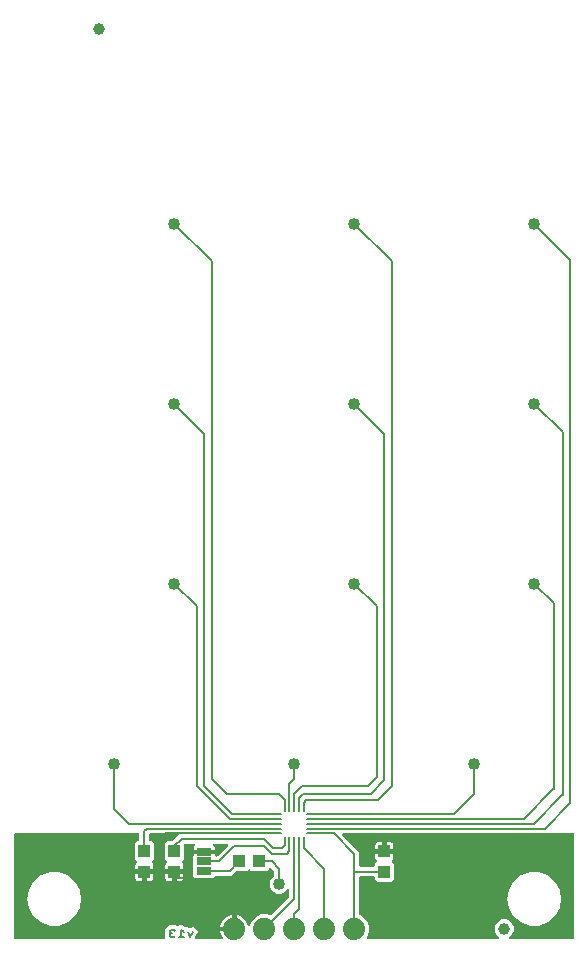
<source format=gbr>
G04 EAGLE Gerber RS-274X export*
G75*
%MOMM*%
%FSLAX34Y34*%
%LPD*%
%INBottom Copper*%
%IPPOS*%
%AMOC8*
5,1,8,0,0,1.08239X$1,22.5*%
G01*
%ADD10C,0.203200*%
%ADD11C,0.195000*%
%ADD12R,1.000000X1.100000*%
%ADD13C,1.879600*%
%ADD14C,1.000000*%
%ADD15R,1.270000X0.635000*%
%ADD16R,1.100000X1.000000*%
%ADD17C,1.016000*%

G36*
X131136Y4073D02*
X131136Y4073D01*
X131195Y4071D01*
X131276Y4093D01*
X131360Y4105D01*
X131413Y4128D01*
X131470Y4143D01*
X131542Y4186D01*
X131619Y4221D01*
X131664Y4259D01*
X131714Y4288D01*
X131772Y4350D01*
X131836Y4404D01*
X131869Y4453D01*
X131909Y4496D01*
X131947Y4571D01*
X131994Y4641D01*
X132011Y4697D01*
X132038Y4749D01*
X132049Y4817D01*
X132080Y4912D01*
X132082Y5012D01*
X132093Y5080D01*
X132093Y7091D01*
X132093Y9076D01*
X132093Y9217D01*
X132093Y11137D01*
X132093Y12864D01*
X133778Y14549D01*
X134772Y15542D01*
X134805Y15575D01*
X134805Y15576D01*
X135491Y16262D01*
X137197Y16262D01*
X140893Y16262D01*
X141725Y15430D01*
X141771Y15395D01*
X141812Y15352D01*
X141884Y15310D01*
X141952Y15259D01*
X142007Y15238D01*
X142057Y15209D01*
X142138Y15188D01*
X142217Y15158D01*
X142276Y15153D01*
X142332Y15138D01*
X142417Y15141D01*
X142501Y15134D01*
X142558Y15146D01*
X142617Y15147D01*
X142697Y15173D01*
X142779Y15190D01*
X142831Y15217D01*
X142887Y15235D01*
X142943Y15275D01*
X143032Y15321D01*
X143104Y15390D01*
X143160Y15430D01*
X143992Y16262D01*
X147360Y16262D01*
X149134Y14488D01*
X149164Y14465D01*
X149189Y14437D01*
X149237Y14406D01*
X149241Y14402D01*
X149250Y14397D01*
X149277Y14380D01*
X149361Y14317D01*
X149396Y14303D01*
X149428Y14283D01*
X149529Y14253D01*
X149627Y14216D01*
X149664Y14213D01*
X149701Y14202D01*
X149806Y14201D01*
X149910Y14192D01*
X149947Y14200D01*
X149985Y14199D01*
X150059Y14222D01*
X150189Y14248D01*
X150253Y14282D01*
X150306Y14298D01*
X150815Y14552D01*
X152839Y13877D01*
X152854Y13874D01*
X152869Y13868D01*
X152994Y13849D01*
X153119Y13826D01*
X153134Y13827D01*
X153150Y13825D01*
X153218Y13836D01*
X153402Y13854D01*
X153445Y13871D01*
X153481Y13877D01*
X155506Y14552D01*
X158518Y13046D01*
X159583Y9852D01*
X157424Y5534D01*
X157421Y5526D01*
X157416Y5519D01*
X157376Y5391D01*
X157334Y5264D01*
X157333Y5256D01*
X157331Y5248D01*
X157327Y5113D01*
X157322Y4980D01*
X157324Y4972D01*
X157323Y4964D01*
X157357Y4834D01*
X157389Y4704D01*
X157393Y4697D01*
X157395Y4689D01*
X157463Y4574D01*
X157530Y4457D01*
X157536Y4451D01*
X157540Y4444D01*
X157638Y4352D01*
X157734Y4259D01*
X157741Y4256D01*
X157748Y4250D01*
X157867Y4189D01*
X157985Y4126D01*
X157993Y4124D01*
X158001Y4120D01*
X158053Y4112D01*
X158263Y4067D01*
X158301Y4070D01*
X158332Y4065D01*
X180024Y4065D01*
X180115Y4078D01*
X180207Y4081D01*
X180256Y4097D01*
X180306Y4105D01*
X180390Y4142D01*
X180477Y4171D01*
X180519Y4200D01*
X180565Y4221D01*
X180635Y4280D01*
X180711Y4332D01*
X180743Y4372D01*
X180782Y4404D01*
X180833Y4481D01*
X180892Y4552D01*
X180912Y4599D01*
X180940Y4641D01*
X180968Y4729D01*
X181004Y4813D01*
X181010Y4864D01*
X181026Y4912D01*
X181028Y5004D01*
X181039Y5095D01*
X181032Y5146D01*
X181033Y5196D01*
X181010Y5285D01*
X180995Y5376D01*
X180975Y5416D01*
X180961Y5471D01*
X180880Y5608D01*
X180846Y5677D01*
X180289Y6443D01*
X179436Y8117D01*
X178855Y9904D01*
X178734Y10669D01*
X189484Y10669D01*
X189542Y10677D01*
X189600Y10675D01*
X189682Y10697D01*
X189765Y10709D01*
X189819Y10733D01*
X189875Y10747D01*
X189948Y10790D01*
X190025Y10825D01*
X190069Y10863D01*
X190120Y10893D01*
X190177Y10954D01*
X190242Y11009D01*
X190274Y11057D01*
X190314Y11100D01*
X190353Y11175D01*
X190399Y11245D01*
X190417Y11301D01*
X190444Y11353D01*
X190455Y11421D01*
X190485Y11516D01*
X190488Y11616D01*
X190499Y11684D01*
X190499Y12701D01*
X191516Y12701D01*
X191574Y12709D01*
X191632Y12708D01*
X191714Y12729D01*
X191797Y12741D01*
X191851Y12765D01*
X191907Y12779D01*
X191980Y12822D01*
X192057Y12857D01*
X192102Y12895D01*
X192152Y12925D01*
X192210Y12986D01*
X192274Y13041D01*
X192306Y13089D01*
X192346Y13132D01*
X192385Y13207D01*
X192431Y13277D01*
X192449Y13333D01*
X192476Y13385D01*
X192487Y13453D01*
X192517Y13548D01*
X192520Y13648D01*
X192531Y13716D01*
X192531Y24466D01*
X193296Y24345D01*
X195083Y23764D01*
X196757Y22911D01*
X198278Y21806D01*
X199606Y20478D01*
X200711Y18957D01*
X201564Y17283D01*
X201928Y16163D01*
X201958Y16101D01*
X201979Y16035D01*
X202020Y15974D01*
X202053Y15908D01*
X202099Y15857D01*
X202138Y15799D01*
X202194Y15752D01*
X202243Y15697D01*
X202302Y15661D01*
X202355Y15616D01*
X202422Y15586D01*
X202485Y15547D01*
X202552Y15529D01*
X202615Y15501D01*
X202688Y15491D01*
X202759Y15471D01*
X202828Y15471D01*
X202897Y15462D01*
X202969Y15472D01*
X203043Y15473D01*
X203110Y15493D01*
X203178Y15502D01*
X203245Y15533D01*
X203316Y15554D01*
X203374Y15591D01*
X203437Y15620D01*
X203493Y15667D01*
X203555Y15707D01*
X203601Y15759D01*
X203653Y15804D01*
X203686Y15857D01*
X203743Y15921D01*
X203792Y16025D01*
X203831Y16089D01*
X205348Y19751D01*
X208849Y23252D01*
X213424Y25147D01*
X218376Y25147D01*
X220735Y24170D01*
X220736Y24169D01*
X220738Y24168D01*
X220872Y24134D01*
X221010Y24099D01*
X221012Y24099D01*
X221013Y24098D01*
X221154Y24103D01*
X221294Y24107D01*
X221296Y24107D01*
X221297Y24107D01*
X221430Y24150D01*
X221565Y24193D01*
X221566Y24194D01*
X221568Y24195D01*
X221580Y24203D01*
X221801Y24352D01*
X221821Y24375D01*
X221841Y24390D01*
X236938Y39486D01*
X236990Y39556D01*
X237050Y39620D01*
X237076Y39669D01*
X237109Y39714D01*
X237140Y39795D01*
X237180Y39873D01*
X237188Y39921D01*
X237210Y39979D01*
X237222Y40127D01*
X237235Y40204D01*
X237235Y45488D01*
X237231Y45518D01*
X237234Y45547D01*
X237211Y45658D01*
X237195Y45770D01*
X237183Y45797D01*
X237178Y45825D01*
X237125Y45926D01*
X237079Y46029D01*
X237060Y46052D01*
X237047Y46078D01*
X236969Y46160D01*
X236896Y46246D01*
X236871Y46263D01*
X236851Y46284D01*
X236753Y46341D01*
X236659Y46404D01*
X236631Y46413D01*
X236606Y46428D01*
X236496Y46456D01*
X236388Y46490D01*
X236358Y46491D01*
X236330Y46498D01*
X236217Y46494D01*
X236104Y46497D01*
X236075Y46490D01*
X236046Y46489D01*
X235938Y46454D01*
X235829Y46425D01*
X235803Y46410D01*
X235775Y46401D01*
X235712Y46356D01*
X235584Y46280D01*
X235541Y46234D01*
X235502Y46206D01*
X233205Y43909D01*
X230217Y42671D01*
X226983Y42671D01*
X223995Y43909D01*
X221709Y46195D01*
X220471Y49183D01*
X220471Y52417D01*
X221709Y55405D01*
X224033Y57728D01*
X224153Y57800D01*
X224154Y57801D01*
X224156Y57802D01*
X224251Y57904D01*
X224348Y58006D01*
X224349Y58008D01*
X224350Y58009D01*
X224414Y58134D01*
X224479Y58259D01*
X224479Y58261D01*
X224480Y58262D01*
X224482Y58277D01*
X224534Y58538D01*
X224531Y58569D01*
X224535Y58593D01*
X224535Y61396D01*
X224523Y61482D01*
X224520Y61570D01*
X224503Y61622D01*
X224495Y61677D01*
X224460Y61757D01*
X224433Y61840D01*
X224405Y61880D01*
X224379Y61937D01*
X224283Y62050D01*
X224238Y62114D01*
X221982Y64370D01*
X221958Y64387D01*
X221939Y64410D01*
X221845Y64473D01*
X221755Y64541D01*
X221727Y64551D01*
X221703Y64567D01*
X221595Y64602D01*
X221489Y64642D01*
X221460Y64644D01*
X221432Y64653D01*
X221318Y64656D01*
X221206Y64665D01*
X221177Y64660D01*
X221148Y64660D01*
X221038Y64632D01*
X220927Y64610D01*
X220901Y64596D01*
X220873Y64589D01*
X220775Y64531D01*
X220675Y64479D01*
X220653Y64458D01*
X220628Y64443D01*
X220551Y64361D01*
X220469Y64283D01*
X220454Y64257D01*
X220434Y64236D01*
X220382Y64135D01*
X220325Y64037D01*
X220318Y64009D01*
X220304Y63983D01*
X220291Y63906D01*
X220255Y63762D01*
X220257Y63699D01*
X220249Y63652D01*
X220249Y63587D01*
X218463Y61801D01*
X204937Y61801D01*
X203918Y62821D01*
X203871Y62856D01*
X203831Y62898D01*
X203758Y62941D01*
X203691Y62991D01*
X203636Y63012D01*
X203586Y63042D01*
X203504Y63063D01*
X203425Y63093D01*
X203367Y63098D01*
X203310Y63112D01*
X203226Y63109D01*
X203142Y63116D01*
X203084Y63105D01*
X203026Y63103D01*
X202946Y63077D01*
X202863Y63060D01*
X202811Y63033D01*
X202755Y63015D01*
X202699Y62975D01*
X202611Y62929D01*
X202538Y62861D01*
X202482Y62821D01*
X201463Y61801D01*
X192820Y61801D01*
X192734Y61789D01*
X192646Y61786D01*
X192593Y61769D01*
X192539Y61761D01*
X192459Y61726D01*
X192376Y61699D01*
X192336Y61671D01*
X192279Y61645D01*
X192166Y61549D01*
X192102Y61504D01*
X188256Y57657D01*
X175292Y57657D01*
X175206Y57645D01*
X175118Y57642D01*
X175066Y57625D01*
X175011Y57617D01*
X174931Y57582D01*
X174848Y57555D01*
X174809Y57527D01*
X174751Y57501D01*
X174638Y57405D01*
X174574Y57360D01*
X172713Y55498D01*
X157487Y55498D01*
X155701Y57284D01*
X155701Y74288D01*
X155912Y74498D01*
X155964Y74568D01*
X156024Y74632D01*
X156050Y74682D01*
X156083Y74726D01*
X156114Y74807D01*
X156154Y74885D01*
X156162Y74933D01*
X156184Y74991D01*
X156196Y75139D01*
X156209Y75216D01*
X156209Y76391D01*
X164528Y76391D01*
X164586Y76399D01*
X164645Y76398D01*
X164726Y76419D01*
X164810Y76431D01*
X164863Y76455D01*
X164920Y76470D01*
X164992Y76513D01*
X165069Y76547D01*
X165097Y76571D01*
X165163Y76538D01*
X165233Y76491D01*
X165289Y76473D01*
X165341Y76447D01*
X165409Y76435D01*
X165504Y76405D01*
X165604Y76403D01*
X165672Y76391D01*
X173991Y76391D01*
X173991Y75216D01*
X174003Y75130D01*
X174006Y75042D01*
X174023Y74990D01*
X174031Y74935D01*
X174066Y74855D01*
X174093Y74772D01*
X174121Y74733D01*
X174147Y74675D01*
X174243Y74562D01*
X174288Y74498D01*
X174574Y74212D01*
X174644Y74160D01*
X174708Y74100D01*
X174758Y74074D01*
X174802Y74041D01*
X174883Y74010D01*
X174961Y73970D01*
X175009Y73962D01*
X175067Y73940D01*
X175215Y73928D01*
X175292Y73915D01*
X175696Y73915D01*
X175782Y73927D01*
X175870Y73930D01*
X175922Y73947D01*
X175977Y73955D01*
X176057Y73990D01*
X176140Y74017D01*
X176180Y74045D01*
X176237Y74071D01*
X176350Y74167D01*
X176414Y74212D01*
X185304Y83102D01*
X185321Y83126D01*
X185344Y83145D01*
X185407Y83239D01*
X185475Y83329D01*
X185485Y83357D01*
X185501Y83381D01*
X185536Y83489D01*
X185576Y83595D01*
X185578Y83624D01*
X185587Y83652D01*
X185590Y83766D01*
X185599Y83878D01*
X185594Y83907D01*
X185594Y83936D01*
X185566Y84046D01*
X185544Y84157D01*
X185530Y84183D01*
X185523Y84211D01*
X185465Y84309D01*
X185413Y84409D01*
X185392Y84431D01*
X185377Y84456D01*
X185295Y84533D01*
X185217Y84615D01*
X185191Y84630D01*
X185170Y84650D01*
X185069Y84702D01*
X184971Y84759D01*
X184943Y84766D01*
X184917Y84780D01*
X184840Y84793D01*
X184696Y84829D01*
X184633Y84827D01*
X184586Y84835D01*
X173812Y84835D01*
X173783Y84831D01*
X173754Y84834D01*
X173642Y84811D01*
X173530Y84795D01*
X173504Y84783D01*
X173475Y84778D01*
X173374Y84725D01*
X173271Y84679D01*
X173249Y84660D01*
X173223Y84647D01*
X173140Y84569D01*
X173054Y84496D01*
X173038Y84471D01*
X173016Y84451D01*
X172959Y84353D01*
X172896Y84259D01*
X172888Y84231D01*
X172873Y84206D01*
X172845Y84096D01*
X172811Y83988D01*
X172810Y83958D01*
X172803Y83930D01*
X172806Y83817D01*
X172803Y83704D01*
X172811Y83675D01*
X172812Y83646D01*
X172847Y83538D01*
X172875Y83429D01*
X172890Y83403D01*
X172899Y83375D01*
X172945Y83311D01*
X173020Y83184D01*
X173066Y83141D01*
X173094Y83102D01*
X173483Y82713D01*
X173818Y82134D01*
X173991Y81487D01*
X173991Y79565D01*
X165672Y79565D01*
X165614Y79557D01*
X165555Y79558D01*
X165474Y79537D01*
X165390Y79525D01*
X165337Y79501D01*
X165280Y79486D01*
X165208Y79443D01*
X165131Y79409D01*
X165103Y79385D01*
X165037Y79418D01*
X164967Y79465D01*
X164911Y79483D01*
X164859Y79509D01*
X164791Y79521D01*
X164696Y79551D01*
X164596Y79553D01*
X164528Y79565D01*
X156209Y79565D01*
X156209Y81487D01*
X156382Y82134D01*
X156717Y82713D01*
X157106Y83102D01*
X157124Y83126D01*
X157146Y83145D01*
X157209Y83239D01*
X157277Y83329D01*
X157287Y83357D01*
X157304Y83381D01*
X157338Y83489D01*
X157378Y83595D01*
X157381Y83624D01*
X157389Y83652D01*
X157392Y83765D01*
X157402Y83878D01*
X157396Y83907D01*
X157397Y83936D01*
X157368Y84046D01*
X157346Y84157D01*
X157332Y84183D01*
X157325Y84211D01*
X157267Y84309D01*
X157215Y84409D01*
X157195Y84431D01*
X157180Y84456D01*
X157097Y84533D01*
X157019Y84615D01*
X156994Y84630D01*
X156972Y84650D01*
X156871Y84702D01*
X156774Y84759D01*
X156745Y84766D01*
X156719Y84780D01*
X156642Y84793D01*
X156498Y84829D01*
X156436Y84827D01*
X156388Y84835D01*
X148764Y84835D01*
X148706Y84827D01*
X148648Y84829D01*
X148566Y84807D01*
X148482Y84795D01*
X148429Y84772D01*
X148373Y84757D01*
X148300Y84714D01*
X148223Y84679D01*
X148178Y84641D01*
X148128Y84612D01*
X148070Y84550D01*
X148006Y84496D01*
X147974Y84447D01*
X147934Y84404D01*
X147895Y84329D01*
X147848Y84259D01*
X147831Y84203D01*
X147804Y84151D01*
X147793Y84083D01*
X147763Y83988D01*
X147760Y83888D01*
X147749Y83820D01*
X147749Y71587D01*
X146370Y70209D01*
X146335Y70162D01*
X146293Y70122D01*
X146250Y70049D01*
X146199Y69982D01*
X146178Y69927D01*
X146149Y69876D01*
X146128Y69795D01*
X146098Y69716D01*
X146093Y69657D01*
X146079Y69601D01*
X146082Y69517D01*
X146075Y69433D01*
X146086Y69375D01*
X146088Y69317D01*
X146114Y69237D01*
X146130Y69154D01*
X146157Y69102D01*
X146175Y69046D01*
X146215Y68990D01*
X146261Y68901D01*
X146330Y68829D01*
X146370Y68773D01*
X146733Y68410D01*
X147068Y67831D01*
X147241Y67184D01*
X147241Y63381D01*
X140716Y63381D01*
X140658Y63373D01*
X140600Y63374D01*
X140518Y63353D01*
X140435Y63341D01*
X140381Y63317D01*
X140325Y63303D01*
X140252Y63260D01*
X140175Y63225D01*
X140131Y63187D01*
X140080Y63157D01*
X140023Y63096D01*
X139958Y63041D01*
X139926Y62993D01*
X139886Y62950D01*
X139847Y62875D01*
X139801Y62805D01*
X139783Y62749D01*
X139756Y62697D01*
X139745Y62629D01*
X139715Y62534D01*
X139712Y62434D01*
X139701Y62366D01*
X139701Y61349D01*
X139699Y61349D01*
X139699Y62366D01*
X139691Y62424D01*
X139692Y62482D01*
X139671Y62564D01*
X139659Y62647D01*
X139635Y62701D01*
X139621Y62757D01*
X139578Y62830D01*
X139543Y62907D01*
X139505Y62951D01*
X139475Y63002D01*
X139414Y63059D01*
X139359Y63124D01*
X139311Y63156D01*
X139268Y63196D01*
X139193Y63235D01*
X139123Y63281D01*
X139067Y63299D01*
X139015Y63326D01*
X138947Y63337D01*
X138852Y63367D01*
X138752Y63370D01*
X138684Y63381D01*
X132159Y63381D01*
X132159Y67184D01*
X132332Y67831D01*
X132667Y68410D01*
X133030Y68773D01*
X133065Y68820D01*
X133107Y68860D01*
X133150Y68933D01*
X133201Y69000D01*
X133222Y69055D01*
X133251Y69105D01*
X133272Y69187D01*
X133302Y69266D01*
X133307Y69324D01*
X133321Y69381D01*
X133318Y69465D01*
X133325Y69549D01*
X133314Y69606D01*
X133312Y69665D01*
X133286Y69745D01*
X133270Y69828D01*
X133243Y69880D01*
X133225Y69935D01*
X133184Y69992D01*
X133139Y70080D01*
X133070Y70152D01*
X133030Y70209D01*
X131651Y71587D01*
X131651Y85113D01*
X133437Y86899D01*
X137880Y86899D01*
X137966Y86911D01*
X138054Y86914D01*
X138106Y86931D01*
X138161Y86939D01*
X138241Y86974D01*
X138324Y87001D01*
X138364Y87029D01*
X138421Y87055D01*
X138534Y87151D01*
X138598Y87196D01*
X143255Y91853D01*
X143272Y91876D01*
X143295Y91895D01*
X143357Y91990D01*
X143425Y92080D01*
X143436Y92108D01*
X143452Y92132D01*
X143486Y92240D01*
X143527Y92346D01*
X143529Y92375D01*
X143538Y92403D01*
X143541Y92516D01*
X143550Y92629D01*
X143544Y92658D01*
X143545Y92687D01*
X143517Y92797D01*
X143494Y92908D01*
X143481Y92934D01*
X143473Y92962D01*
X143416Y93060D01*
X143363Y93160D01*
X143343Y93181D01*
X143328Y93207D01*
X143246Y93284D01*
X143168Y93366D01*
X143142Y93381D01*
X143121Y93401D01*
X143020Y93453D01*
X142922Y93510D01*
X142894Y93517D01*
X142868Y93531D01*
X142790Y93544D01*
X142647Y93580D01*
X142584Y93578D01*
X142537Y93586D01*
X119380Y93586D01*
X119322Y93578D01*
X119264Y93579D01*
X119182Y93558D01*
X119098Y93546D01*
X119045Y93522D01*
X118989Y93508D01*
X118916Y93465D01*
X118839Y93430D01*
X118794Y93392D01*
X118744Y93362D01*
X118686Y93301D01*
X118622Y93246D01*
X118590Y93198D01*
X118550Y93155D01*
X118511Y93080D01*
X118464Y93010D01*
X118447Y92954D01*
X118420Y92902D01*
X118409Y92834D01*
X118379Y92739D01*
X118376Y92639D01*
X118365Y92571D01*
X118365Y87914D01*
X118373Y87856D01*
X118371Y87798D01*
X118393Y87716D01*
X118405Y87632D01*
X118428Y87579D01*
X118443Y87523D01*
X118486Y87450D01*
X118521Y87373D01*
X118559Y87328D01*
X118588Y87278D01*
X118650Y87220D01*
X118704Y87156D01*
X118753Y87124D01*
X118796Y87084D01*
X118871Y87045D01*
X118941Y86998D01*
X118997Y86981D01*
X119049Y86954D01*
X119117Y86943D01*
X119212Y86913D01*
X119312Y86910D01*
X119380Y86899D01*
X120563Y86899D01*
X122349Y85113D01*
X122349Y71587D01*
X120970Y70209D01*
X120935Y70162D01*
X120893Y70122D01*
X120850Y70049D01*
X120799Y69981D01*
X120779Y69927D01*
X120749Y69876D01*
X120728Y69795D01*
X120698Y69716D01*
X120693Y69658D01*
X120679Y69601D01*
X120682Y69516D01*
X120675Y69432D01*
X120686Y69375D01*
X120688Y69317D01*
X120714Y69236D01*
X120730Y69154D01*
X120757Y69102D01*
X120775Y69046D01*
X120816Y68990D01*
X120861Y68901D01*
X120930Y68829D01*
X120970Y68773D01*
X121333Y68410D01*
X121668Y67831D01*
X121841Y67184D01*
X121841Y63381D01*
X115316Y63381D01*
X115258Y63373D01*
X115200Y63374D01*
X115118Y63353D01*
X115035Y63341D01*
X114981Y63317D01*
X114925Y63303D01*
X114852Y63260D01*
X114775Y63225D01*
X114731Y63187D01*
X114680Y63157D01*
X114623Y63096D01*
X114558Y63041D01*
X114526Y62993D01*
X114486Y62950D01*
X114447Y62875D01*
X114401Y62805D01*
X114383Y62749D01*
X114356Y62697D01*
X114345Y62629D01*
X114315Y62534D01*
X114312Y62434D01*
X114301Y62366D01*
X114301Y61349D01*
X114299Y61349D01*
X114299Y62366D01*
X114291Y62424D01*
X114292Y62482D01*
X114271Y62564D01*
X114259Y62647D01*
X114235Y62701D01*
X114221Y62757D01*
X114178Y62830D01*
X114143Y62907D01*
X114105Y62951D01*
X114075Y63002D01*
X114014Y63059D01*
X113959Y63124D01*
X113911Y63156D01*
X113868Y63196D01*
X113793Y63235D01*
X113723Y63281D01*
X113667Y63299D01*
X113615Y63326D01*
X113547Y63337D01*
X113452Y63367D01*
X113352Y63370D01*
X113284Y63381D01*
X106759Y63381D01*
X106759Y67184D01*
X106932Y67831D01*
X107267Y68410D01*
X107630Y68773D01*
X107665Y68820D01*
X107707Y68860D01*
X107750Y68933D01*
X107801Y69000D01*
X107822Y69055D01*
X107851Y69105D01*
X107872Y69187D01*
X107902Y69266D01*
X107907Y69324D01*
X107921Y69381D01*
X107918Y69465D01*
X107925Y69549D01*
X107914Y69606D01*
X107912Y69665D01*
X107886Y69745D01*
X107870Y69828D01*
X107843Y69880D01*
X107825Y69935D01*
X107785Y69992D01*
X107739Y70080D01*
X107670Y70152D01*
X107630Y70209D01*
X106251Y71587D01*
X106251Y85113D01*
X108037Y86899D01*
X109220Y86899D01*
X109278Y86907D01*
X109336Y86905D01*
X109418Y86927D01*
X109502Y86939D01*
X109555Y86962D01*
X109611Y86977D01*
X109684Y87020D01*
X109761Y87055D01*
X109806Y87093D01*
X109856Y87122D01*
X109914Y87184D01*
X109978Y87238D01*
X110010Y87287D01*
X110050Y87330D01*
X110089Y87405D01*
X110136Y87475D01*
X110153Y87531D01*
X110180Y87583D01*
X110191Y87651D01*
X110221Y87746D01*
X110224Y87846D01*
X110235Y87914D01*
X110235Y92710D01*
X110227Y92768D01*
X110229Y92826D01*
X110207Y92908D01*
X110195Y92992D01*
X110172Y93045D01*
X110157Y93101D01*
X110114Y93174D01*
X110079Y93251D01*
X110041Y93296D01*
X110012Y93346D01*
X109950Y93404D01*
X109896Y93468D01*
X109847Y93500D01*
X109804Y93540D01*
X109729Y93579D01*
X109659Y93626D01*
X109603Y93643D01*
X109551Y93670D01*
X109483Y93681D01*
X109388Y93711D01*
X109288Y93714D01*
X109220Y93725D01*
X5080Y93725D01*
X5022Y93717D01*
X4964Y93719D01*
X4882Y93697D01*
X4798Y93685D01*
X4745Y93661D01*
X4689Y93647D01*
X4616Y93604D01*
X4539Y93569D01*
X4494Y93531D01*
X4444Y93501D01*
X4386Y93440D01*
X4322Y93385D01*
X4290Y93337D01*
X4250Y93294D01*
X4211Y93219D01*
X4164Y93149D01*
X4147Y93093D01*
X4120Y93041D01*
X4109Y92973D01*
X4079Y92878D01*
X4076Y92778D01*
X4065Y92710D01*
X4065Y5080D01*
X4073Y5022D01*
X4071Y4964D01*
X4093Y4882D01*
X4105Y4798D01*
X4128Y4745D01*
X4143Y4689D01*
X4186Y4616D01*
X4221Y4539D01*
X4259Y4494D01*
X4288Y4444D01*
X4350Y4386D01*
X4404Y4322D01*
X4453Y4290D01*
X4496Y4250D01*
X4571Y4211D01*
X4641Y4164D01*
X4697Y4147D01*
X4749Y4120D01*
X4817Y4109D01*
X4912Y4079D01*
X5012Y4076D01*
X5080Y4065D01*
X131078Y4065D01*
X131136Y4073D01*
G37*
G36*
X413931Y4069D02*
X413931Y4069D01*
X413960Y4066D01*
X414071Y4089D01*
X414183Y4105D01*
X414210Y4117D01*
X414239Y4122D01*
X414339Y4175D01*
X414443Y4221D01*
X414465Y4240D01*
X414491Y4253D01*
X414573Y4331D01*
X414660Y4404D01*
X414676Y4429D01*
X414697Y4449D01*
X414754Y4547D01*
X414817Y4641D01*
X414826Y4669D01*
X414841Y4694D01*
X414869Y4804D01*
X414903Y4912D01*
X414904Y4942D01*
X414911Y4970D01*
X414907Y5083D01*
X414910Y5196D01*
X414903Y5225D01*
X414902Y5254D01*
X414867Y5362D01*
X414838Y5471D01*
X414823Y5497D01*
X414814Y5525D01*
X414769Y5588D01*
X414693Y5716D01*
X414648Y5759D01*
X414620Y5798D01*
X412277Y8141D01*
X411051Y11099D01*
X411051Y14301D01*
X412277Y17259D01*
X414541Y19523D01*
X417499Y20749D01*
X420701Y20749D01*
X423659Y19523D01*
X425923Y17259D01*
X427149Y14301D01*
X427149Y11099D01*
X425923Y8141D01*
X423580Y5798D01*
X423563Y5774D01*
X423540Y5755D01*
X423478Y5661D01*
X423410Y5571D01*
X423399Y5543D01*
X423383Y5519D01*
X423349Y5411D01*
X423308Y5305D01*
X423306Y5276D01*
X423297Y5248D01*
X423294Y5134D01*
X423285Y5022D01*
X423291Y4993D01*
X423290Y4964D01*
X423318Y4854D01*
X423341Y4743D01*
X423354Y4717D01*
X423362Y4689D01*
X423419Y4591D01*
X423472Y4491D01*
X423492Y4469D01*
X423507Y4444D01*
X423589Y4367D01*
X423667Y4285D01*
X423693Y4270D01*
X423714Y4250D01*
X423815Y4198D01*
X423913Y4141D01*
X423941Y4134D01*
X423967Y4120D01*
X424045Y4107D01*
X424188Y4071D01*
X424251Y4073D01*
X424298Y4065D01*
X477520Y4065D01*
X477578Y4073D01*
X477636Y4071D01*
X477718Y4093D01*
X477802Y4105D01*
X477855Y4128D01*
X477911Y4143D01*
X477984Y4186D01*
X478061Y4221D01*
X478106Y4259D01*
X478156Y4288D01*
X478214Y4350D01*
X478278Y4404D01*
X478310Y4453D01*
X478350Y4496D01*
X478389Y4571D01*
X478436Y4641D01*
X478453Y4697D01*
X478480Y4749D01*
X478491Y4817D01*
X478521Y4912D01*
X478524Y5012D01*
X478535Y5080D01*
X478535Y92710D01*
X478527Y92768D01*
X478529Y92826D01*
X478507Y92908D01*
X478495Y92992D01*
X478472Y93045D01*
X478457Y93101D01*
X478414Y93174D01*
X478379Y93251D01*
X478341Y93296D01*
X478312Y93346D01*
X478250Y93404D01*
X478196Y93468D01*
X478147Y93500D01*
X478104Y93540D01*
X478029Y93579D01*
X477959Y93626D01*
X477903Y93643D01*
X477851Y93670D01*
X477783Y93681D01*
X477688Y93711D01*
X477588Y93714D01*
X477520Y93725D01*
X455494Y93725D01*
X455407Y93713D01*
X455320Y93710D01*
X455267Y93693D01*
X455213Y93685D01*
X455133Y93650D01*
X455093Y93637D01*
X282863Y93637D01*
X282833Y93633D01*
X282804Y93635D01*
X282693Y93613D01*
X282581Y93597D01*
X282554Y93585D01*
X282526Y93579D01*
X282425Y93527D01*
X282322Y93481D01*
X282299Y93462D01*
X282273Y93448D01*
X282191Y93370D01*
X282105Y93297D01*
X282088Y93273D01*
X282067Y93252D01*
X282010Y93155D01*
X281947Y93060D01*
X281938Y93032D01*
X281923Y93007D01*
X281896Y92898D01*
X281861Y92789D01*
X281861Y92760D01*
X281853Y92732D01*
X281857Y92619D01*
X281854Y92505D01*
X281861Y92477D01*
X281862Y92448D01*
X281897Y92340D01*
X281926Y92230D01*
X281941Y92205D01*
X281950Y92177D01*
X281995Y92113D01*
X282071Y91986D01*
X282117Y91943D01*
X282145Y91904D01*
X293486Y80562D01*
X296165Y77884D01*
X296165Y66430D01*
X296173Y66372D01*
X296171Y66314D01*
X296193Y66232D01*
X296205Y66148D01*
X296228Y66095D01*
X296243Y66039D01*
X296286Y65966D01*
X296321Y65889D01*
X296359Y65844D01*
X296388Y65794D01*
X296450Y65736D01*
X296504Y65672D01*
X296553Y65640D01*
X296596Y65600D01*
X296671Y65561D01*
X296741Y65514D01*
X296797Y65497D01*
X296849Y65470D01*
X296917Y65459D01*
X297012Y65429D01*
X297112Y65426D01*
X297180Y65415D01*
X308436Y65415D01*
X308494Y65423D01*
X308552Y65421D01*
X308634Y65443D01*
X308718Y65455D01*
X308771Y65478D01*
X308827Y65493D01*
X308900Y65536D01*
X308977Y65571D01*
X309022Y65609D01*
X309072Y65638D01*
X309130Y65700D01*
X309194Y65754D01*
X309226Y65803D01*
X309266Y65846D01*
X309305Y65921D01*
X309352Y65991D01*
X309369Y66047D01*
X309396Y66099D01*
X309407Y66167D01*
X309437Y66262D01*
X309440Y66362D01*
X309451Y66430D01*
X309451Y68113D01*
X310830Y69491D01*
X310865Y69538D01*
X310907Y69578D01*
X310950Y69651D01*
X311001Y69718D01*
X311022Y69773D01*
X311051Y69824D01*
X311072Y69905D01*
X311102Y69984D01*
X311107Y70043D01*
X311121Y70099D01*
X311118Y70183D01*
X311125Y70267D01*
X311114Y70325D01*
X311112Y70383D01*
X311086Y70463D01*
X311070Y70546D01*
X311043Y70598D01*
X311025Y70654D01*
X310985Y70710D01*
X310939Y70799D01*
X310870Y70871D01*
X310830Y70927D01*
X310467Y71290D01*
X310132Y71869D01*
X309959Y72516D01*
X309959Y76319D01*
X316484Y76319D01*
X316542Y76327D01*
X316600Y76325D01*
X316682Y76347D01*
X316765Y76359D01*
X316819Y76383D01*
X316875Y76397D01*
X316948Y76440D01*
X317025Y76475D01*
X317069Y76513D01*
X317120Y76543D01*
X317177Y76604D01*
X317242Y76659D01*
X317274Y76707D01*
X317314Y76750D01*
X317353Y76825D01*
X317399Y76895D01*
X317417Y76951D01*
X317444Y77003D01*
X317455Y77071D01*
X317485Y77166D01*
X317488Y77266D01*
X317499Y77334D01*
X317499Y78351D01*
X317501Y78351D01*
X317501Y77334D01*
X317509Y77276D01*
X317508Y77218D01*
X317529Y77136D01*
X317541Y77053D01*
X317565Y76999D01*
X317579Y76943D01*
X317622Y76870D01*
X317657Y76793D01*
X317695Y76748D01*
X317725Y76698D01*
X317786Y76640D01*
X317841Y76576D01*
X317889Y76544D01*
X317932Y76504D01*
X318007Y76465D01*
X318077Y76419D01*
X318133Y76401D01*
X318185Y76374D01*
X318253Y76363D01*
X318348Y76333D01*
X318448Y76330D01*
X318516Y76319D01*
X325041Y76319D01*
X325041Y72516D01*
X324868Y71869D01*
X324533Y71290D01*
X324170Y70927D01*
X324135Y70880D01*
X324093Y70840D01*
X324050Y70767D01*
X323999Y70700D01*
X323978Y70645D01*
X323949Y70595D01*
X323928Y70513D01*
X323898Y70434D01*
X323893Y70376D01*
X323879Y70319D01*
X323882Y70235D01*
X323875Y70151D01*
X323886Y70094D01*
X323888Y70035D01*
X323914Y69955D01*
X323930Y69872D01*
X323957Y69820D01*
X323975Y69765D01*
X324016Y69708D01*
X324061Y69620D01*
X324130Y69548D01*
X324170Y69491D01*
X325549Y68113D01*
X325549Y54587D01*
X323763Y52801D01*
X311237Y52801D01*
X309451Y54587D01*
X309451Y56270D01*
X309443Y56328D01*
X309445Y56386D01*
X309423Y56468D01*
X309411Y56552D01*
X309388Y56605D01*
X309373Y56661D01*
X309330Y56734D01*
X309295Y56811D01*
X309257Y56856D01*
X309228Y56906D01*
X309166Y56964D01*
X309112Y57028D01*
X309063Y57060D01*
X309020Y57100D01*
X308945Y57139D01*
X308875Y57186D01*
X308819Y57203D01*
X308767Y57230D01*
X308699Y57241D01*
X308604Y57271D01*
X308504Y57274D01*
X308436Y57285D01*
X297180Y57285D01*
X297122Y57277D01*
X297064Y57279D01*
X296982Y57257D01*
X296898Y57245D01*
X296845Y57222D01*
X296789Y57207D01*
X296716Y57164D01*
X296639Y57129D01*
X296594Y57091D01*
X296544Y57062D01*
X296486Y57000D01*
X296422Y56946D01*
X296390Y56897D01*
X296350Y56854D01*
X296311Y56779D01*
X296264Y56709D01*
X296247Y56653D01*
X296220Y56601D01*
X296209Y56533D01*
X296179Y56438D01*
X296176Y56338D01*
X296165Y56270D01*
X296165Y25167D01*
X296165Y25165D01*
X296165Y25164D01*
X296185Y25025D01*
X296205Y24885D01*
X296205Y24884D01*
X296205Y24882D01*
X296265Y24750D01*
X296321Y24626D01*
X296322Y24625D01*
X296323Y24623D01*
X296414Y24516D01*
X296504Y24409D01*
X296506Y24408D01*
X296507Y24407D01*
X296520Y24399D01*
X296741Y24251D01*
X296770Y24242D01*
X296791Y24229D01*
X299151Y23252D01*
X302652Y19751D01*
X304547Y15176D01*
X304547Y10224D01*
X302577Y5469D01*
X302548Y5357D01*
X302514Y5248D01*
X302513Y5220D01*
X302506Y5193D01*
X302509Y5079D01*
X302506Y4964D01*
X302513Y4937D01*
X302514Y4909D01*
X302549Y4800D01*
X302578Y4689D01*
X302592Y4665D01*
X302601Y4638D01*
X302665Y4543D01*
X302723Y4444D01*
X302744Y4425D01*
X302759Y4402D01*
X302847Y4328D01*
X302931Y4250D01*
X302955Y4237D01*
X302977Y4219D01*
X303081Y4173D01*
X303184Y4120D01*
X303208Y4116D01*
X303236Y4104D01*
X303500Y4067D01*
X303515Y4065D01*
X413902Y4065D01*
X413931Y4069D01*
G37*
%LPC*%
G36*
X440514Y15493D02*
X440514Y15493D01*
X433022Y18220D01*
X426915Y23344D01*
X422929Y30249D01*
X421545Y38100D01*
X422929Y45951D01*
X426915Y52855D01*
X433022Y57980D01*
X440514Y60707D01*
X448486Y60707D01*
X455978Y57980D01*
X462085Y52856D01*
X466071Y45951D01*
X467455Y38100D01*
X466071Y30249D01*
X462085Y23345D01*
X455978Y18220D01*
X448486Y15493D01*
X440514Y15493D01*
G37*
%LPD*%
%LPC*%
G36*
X34114Y15493D02*
X34114Y15493D01*
X26622Y18220D01*
X20515Y23344D01*
X16529Y30249D01*
X15145Y38100D01*
X16529Y45951D01*
X20515Y52855D01*
X26622Y57980D01*
X34114Y60707D01*
X42086Y60707D01*
X49578Y57980D01*
X55685Y52856D01*
X59671Y45951D01*
X61055Y38100D01*
X59671Y30249D01*
X55685Y23345D01*
X49578Y18220D01*
X42086Y15493D01*
X34114Y15493D01*
G37*
%LPD*%
%LPC*%
G36*
X178734Y14731D02*
X178734Y14731D01*
X178855Y15496D01*
X179436Y17283D01*
X180289Y18957D01*
X181394Y20478D01*
X182722Y21806D01*
X184243Y22911D01*
X185917Y23764D01*
X187704Y24345D01*
X188469Y24466D01*
X188469Y14731D01*
X178734Y14731D01*
G37*
%LPD*%
%LPC*%
G36*
X319531Y80381D02*
X319531Y80381D01*
X319531Y86391D01*
X322834Y86391D01*
X323481Y86218D01*
X324060Y85883D01*
X324533Y85410D01*
X324868Y84831D01*
X325041Y84184D01*
X325041Y80381D01*
X319531Y80381D01*
G37*
%LPD*%
%LPC*%
G36*
X116331Y53309D02*
X116331Y53309D01*
X116331Y59319D01*
X121841Y59319D01*
X121841Y55516D01*
X121668Y54869D01*
X121333Y54290D01*
X120860Y53817D01*
X120281Y53482D01*
X119634Y53309D01*
X116331Y53309D01*
G37*
%LPD*%
%LPC*%
G36*
X141731Y53309D02*
X141731Y53309D01*
X141731Y59319D01*
X147241Y59319D01*
X147241Y55516D01*
X147068Y54869D01*
X146733Y54290D01*
X146260Y53817D01*
X145681Y53482D01*
X145034Y53309D01*
X141731Y53309D01*
G37*
%LPD*%
%LPC*%
G36*
X309959Y80381D02*
X309959Y80381D01*
X309959Y84184D01*
X310132Y84831D01*
X310467Y85410D01*
X310940Y85883D01*
X311519Y86218D01*
X312166Y86391D01*
X315469Y86391D01*
X315469Y80381D01*
X309959Y80381D01*
G37*
%LPD*%
%LPC*%
G36*
X108966Y53309D02*
X108966Y53309D01*
X108319Y53482D01*
X107740Y53817D01*
X107267Y54290D01*
X106932Y54869D01*
X106759Y55516D01*
X106759Y59319D01*
X112269Y59319D01*
X112269Y53309D01*
X108966Y53309D01*
G37*
%LPD*%
%LPC*%
G36*
X134366Y53309D02*
X134366Y53309D01*
X133719Y53482D01*
X133140Y53817D01*
X132667Y54290D01*
X132332Y54869D01*
X132159Y55516D01*
X132159Y59319D01*
X137669Y59319D01*
X137669Y53309D01*
X134366Y53309D01*
G37*
%LPD*%
D10*
X155194Y10163D02*
X153160Y6096D01*
X151127Y10163D01*
X147710Y10163D02*
X145676Y12197D01*
X145676Y6096D01*
X147710Y6096D02*
X143642Y6096D01*
X140226Y11180D02*
X139209Y12197D01*
X137175Y12197D01*
X136158Y11180D01*
X136158Y10163D01*
X137175Y9147D01*
X138192Y9147D01*
X137175Y9147D02*
X136158Y8130D01*
X136158Y7113D01*
X137175Y6096D01*
X139209Y6096D01*
X140226Y7113D01*
D11*
X252246Y101702D02*
X257796Y101702D01*
X257796Y93702D02*
X252246Y93702D01*
X252246Y109702D02*
X257796Y109702D01*
X257796Y97702D02*
X252246Y97702D01*
X252246Y105702D02*
X257796Y105702D01*
X241300Y90705D02*
X241300Y85155D01*
X233300Y85155D02*
X233300Y90705D01*
X249300Y90705D02*
X249300Y85155D01*
X237300Y85155D02*
X237300Y90705D01*
X245300Y90705D02*
X245300Y85155D01*
X241300Y112571D02*
X241300Y118121D01*
X249300Y118121D02*
X249300Y112571D01*
X233300Y112571D02*
X233300Y118121D01*
X245300Y118121D02*
X245300Y112571D01*
X237300Y112571D02*
X237300Y118121D01*
X230354Y101651D02*
X224804Y101651D01*
X224804Y109651D02*
X230354Y109651D01*
X230354Y93651D02*
X224804Y93651D01*
X224804Y105651D02*
X230354Y105651D01*
X230354Y97651D02*
X224804Y97651D01*
D12*
X139700Y78350D03*
X139700Y61350D03*
X114300Y61350D03*
X114300Y78350D03*
X317500Y61350D03*
X317500Y78350D03*
D13*
X190500Y12700D03*
X215900Y12700D03*
X241300Y12700D03*
X266700Y12700D03*
X292100Y12700D03*
D14*
X76200Y774700D03*
X419100Y12700D03*
D15*
X165100Y77978D03*
X165100Y69850D03*
X165100Y61722D03*
D16*
X194700Y69850D03*
X211700Y69850D03*
D10*
X233300Y83440D02*
X233300Y87930D01*
X233300Y83440D02*
X231140Y81280D01*
X139700Y78350D02*
X139700Y76200D01*
X223520Y81280D02*
X231140Y81280D01*
X223520Y81280D02*
X215900Y88900D01*
X146050Y88900D01*
X139700Y82550D01*
X139700Y78350D01*
X249300Y80900D02*
X249300Y87930D01*
X249300Y80900D02*
X266700Y63500D01*
X266700Y12700D01*
X245300Y29400D02*
X245300Y87930D01*
X245300Y29400D02*
X241300Y25400D01*
X241300Y12700D01*
X241300Y38100D02*
X241300Y87930D01*
X241300Y38100D02*
X215900Y12700D01*
X116701Y97651D02*
X114300Y95250D01*
X114300Y78350D01*
X116701Y97651D02*
X227579Y97651D01*
D17*
X342900Y50800D03*
D10*
X153670Y55880D02*
X140970Y55880D01*
X131751Y93651D02*
X227579Y93651D01*
X131751Y93651D02*
X127000Y88900D01*
D17*
X228600Y50800D03*
D10*
X255021Y93702D02*
X274598Y93702D01*
X292100Y76200D01*
X292100Y60960D01*
X292100Y12700D01*
X222250Y69850D02*
X211700Y69850D01*
X222250Y69850D02*
X228600Y63500D01*
X228600Y50800D01*
X292490Y61350D02*
X317500Y61350D01*
X292490Y61350D02*
X292100Y60960D01*
X474980Y579120D02*
X444500Y609600D01*
X474980Y579120D02*
X474980Y119380D01*
D17*
X444500Y609600D03*
D10*
X453302Y97702D02*
X255021Y97702D01*
X453302Y97702D02*
X474980Y119380D01*
X468630Y433070D02*
X444500Y457200D01*
X468630Y433070D02*
X468630Y125730D01*
D17*
X444500Y457200D03*
D10*
X444398Y101702D02*
X255021Y101702D01*
X468427Y125730D02*
X468630Y125730D01*
X468427Y125730D02*
X444398Y101702D01*
X461010Y288290D02*
X444500Y304800D01*
X461010Y288290D02*
X461010Y130810D01*
D17*
X444500Y304800D03*
D10*
X435698Y105702D02*
X255021Y105702D01*
X460807Y130810D02*
X461010Y130810D01*
X460807Y130810D02*
X435698Y105702D01*
X393700Y127000D02*
X393700Y152400D01*
D17*
X393700Y152400D03*
D10*
X376198Y109702D02*
X255021Y109702D01*
X393497Y127000D02*
X393700Y127000D01*
X393497Y127000D02*
X376198Y109702D01*
X323850Y133350D02*
X323850Y577850D01*
X292100Y609600D01*
D17*
X292100Y609600D03*
D10*
X251460Y121920D02*
X249300Y119760D01*
X251460Y121920D02*
X312420Y121920D01*
X323850Y133350D01*
X249300Y119760D02*
X249300Y115346D01*
X245300Y123380D02*
X248920Y127000D01*
X306070Y127000D01*
X317500Y138430D01*
X317500Y431800D01*
X292100Y457200D01*
D17*
X292100Y457200D03*
D10*
X245300Y123380D02*
X245300Y115346D01*
X311150Y140970D02*
X311150Y285750D01*
X292100Y304800D01*
X247650Y133350D02*
X241300Y127000D01*
X247650Y133350D02*
X303530Y133350D01*
X311150Y140970D01*
D17*
X292100Y304800D03*
D10*
X241300Y127000D02*
X241300Y115346D01*
X237300Y135700D02*
X241300Y139700D01*
X241300Y152400D01*
D17*
X241300Y152400D03*
D10*
X237300Y135700D02*
X237300Y115346D01*
X171450Y139700D02*
X171450Y577850D01*
X139700Y609600D01*
D17*
X139700Y609600D03*
D10*
X228600Y127000D02*
X233300Y122300D01*
X228600Y127000D02*
X184150Y127000D01*
X171450Y139700D01*
X233300Y122300D02*
X233300Y115346D01*
X165100Y431800D02*
X139700Y457200D01*
X165100Y431800D02*
X165100Y133350D01*
D17*
X139700Y457200D03*
D10*
X188901Y109651D02*
X227579Y109651D01*
X165202Y133350D02*
X165100Y133350D01*
X165202Y133350D02*
X188901Y109651D01*
X158750Y133350D02*
X158750Y285750D01*
X139700Y304800D01*
D17*
X139700Y304800D03*
D10*
X186551Y105651D02*
X227579Y105651D01*
X158852Y133350D02*
X158750Y133350D01*
X158852Y133350D02*
X186551Y105651D01*
X88900Y114300D02*
X88900Y152400D01*
D17*
X88900Y152400D03*
D10*
X101651Y101651D02*
X227579Y101651D01*
X89002Y114300D02*
X88900Y114300D01*
X89002Y114300D02*
X101651Y101651D01*
X237300Y87930D02*
X237300Y78550D01*
X234950Y76200D01*
X222250Y76200D01*
X215900Y82550D01*
X190500Y82550D01*
X177800Y69850D01*
X165100Y69850D01*
X165100Y61722D02*
X186572Y61722D01*
X194700Y69850D01*
M02*

</source>
